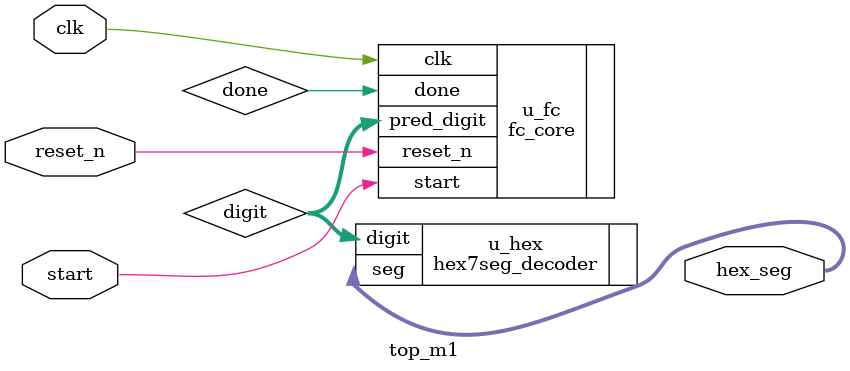
<source format=v>
module top_m1 (
    input  wire clk,
    input  wire reset_n,
    input  wire start,
    output wire [6:0] hex_seg
);

    wire        done;
    wire [3:0]  digit;

    fc_core #(
        .N_IN(400),
        .N_OUT(10)
    ) u_fc (
        .clk        (clk),
        .reset_n    (reset_n),
        .start      (start),
        .done       (done),
        .pred_digit (digit)
    );

    hex7seg_decoder u_hex (
        .digit (digit),
        .seg   (hex_seg)
    );

endmodule

</source>
